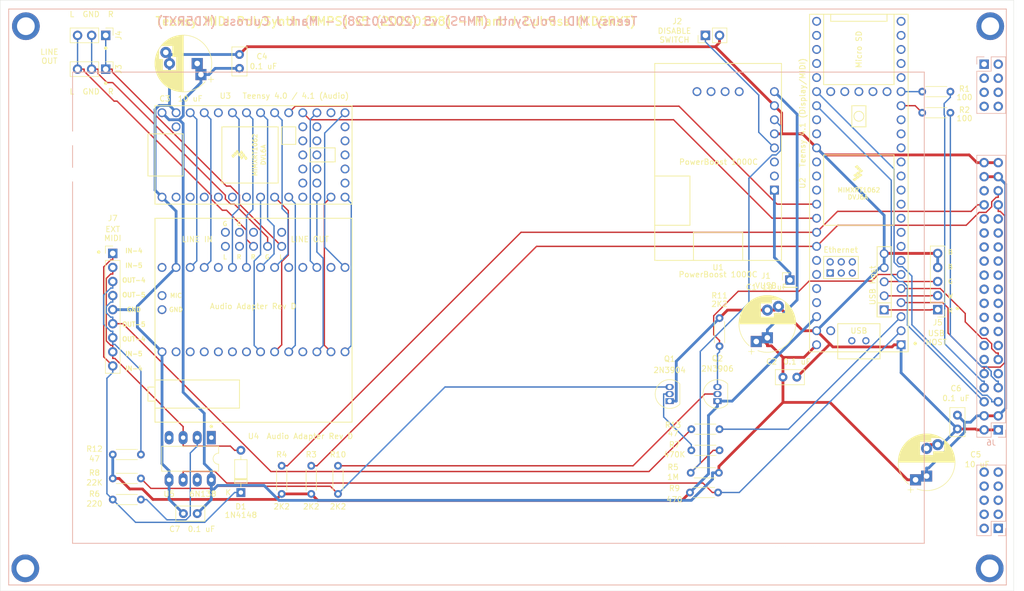
<source format=kicad_pcb>
(kicad_pcb (version 20221018) (generator pcbnew)

  (general
    (thickness 1.6)
  )

  (paper "A4")
  (layers
    (0 "F.Cu" signal)
    (31 "B.Cu" signal)
    (32 "B.Adhes" user "B.Adhesive")
    (33 "F.Adhes" user "F.Adhesive")
    (34 "B.Paste" user)
    (35 "F.Paste" user)
    (36 "B.SilkS" user "B.Silkscreen")
    (37 "F.SilkS" user "F.Silkscreen")
    (38 "B.Mask" user)
    (39 "F.Mask" user)
    (40 "Dwgs.User" user "User.Drawings")
    (41 "Cmts.User" user "User.Comments")
    (42 "Eco1.User" user "User.Eco1")
    (43 "Eco2.User" user "User.Eco2")
    (44 "Edge.Cuts" user)
    (45 "Margin" user)
    (46 "B.CrtYd" user "B.Courtyard")
    (47 "F.CrtYd" user "F.Courtyard")
    (48 "B.Fab" user)
    (49 "F.Fab" user)
  )

  (setup
    (stackup
      (layer "F.SilkS" (type "Top Silk Screen"))
      (layer "F.Paste" (type "Top Solder Paste"))
      (layer "F.Mask" (type "Top Solder Mask") (thickness 0.01))
      (layer "F.Cu" (type "copper") (thickness 0.035))
      (layer "dielectric 1" (type "core") (thickness 1.51) (material "FR4") (epsilon_r 4.5) (loss_tangent 0.02))
      (layer "B.Cu" (type "copper") (thickness 0.035))
      (layer "B.Mask" (type "Bottom Solder Mask") (thickness 0.01))
      (layer "B.Paste" (type "Bottom Solder Paste"))
      (layer "B.SilkS" (type "Bottom Silk Screen"))
      (copper_finish "None")
      (dielectric_constraints no)
    )
    (pad_to_mask_clearance 0)
    (pcbplotparams
      (layerselection 0x00010fc_ffffffff)
      (plot_on_all_layers_selection 0x0000000_00000000)
      (disableapertmacros false)
      (usegerberextensions false)
      (usegerberattributes true)
      (usegerberadvancedattributes true)
      (creategerberjobfile true)
      (dashed_line_dash_ratio 12.000000)
      (dashed_line_gap_ratio 3.000000)
      (svgprecision 4)
      (plotframeref false)
      (viasonmask false)
      (mode 1)
      (useauxorigin false)
      (hpglpennumber 1)
      (hpglpenspeed 20)
      (hpglpendiameter 15.000000)
      (dxfpolygonmode true)
      (dxfimperialunits true)
      (dxfusepcbnewfont true)
      (psnegative false)
      (psa4output false)
      (plotreference true)
      (plotvalue true)
      (plotinvisibletext false)
      (sketchpadsonfab false)
      (subtractmaskfromsilk false)
      (outputformat 1)
      (mirror false)
      (drillshape 1)
      (scaleselection 1)
      (outputdirectory "")
    )
  )

  (net 0 "")
  (net 1 "+5V")
  (net 2 "GNDREF")
  (net 3 "Net-(D1-K)")
  (net 4 "Net-(D1-A)")
  (net 5 "Net-(J2-Pin_1)")
  (net 6 "+3V3")
  (net 7 "Net-(Q1-B)")
  (net 8 "Net-(Q1-C)")
  (net 9 "Net-(Q2-B)")
  (net 10 "Net-(Q2-C)")
  (net 11 "Net-(U2-1_TX1_CTX2_MISO1)")
  (net 12 "Net-(U5-C1)")
  (net 13 "Net-(U1-LBO)")
  (net 14 "Net-(U2-0_RX1_CRX2_CS1)")
  (net 15 "unconnected-(U1-Vsh-Pad3)")
  (net 16 "Net-(J3-Pin_1)")
  (net 17 "unconnected-(U1-USB-5V-Pad5V)")
  (net 18 "unconnected-(U1-USB-D+-PadD+)")
  (net 19 "unconnected-(U1-USB-D--PadD-)")
  (net 20 "unconnected-(U1-USB-GND-PadUG)")
  (net 21 "unconnected-(U2-5_IN2-Pad7)")
  (net 22 "unconnected-(U2-6_OUT1D-Pad8)")
  (net 23 "unconnected-(U2-7_RX2_OUT1A-Pad9)")
  (net 24 "unconnected-(U2-8_TX2_IN1-Pad10)")
  (net 25 "unconnected-(U2-9_OUT1C-Pad11)")
  (net 26 "unconnected-(U2-10_CS_MQSR-Pad12)")
  (net 27 "unconnected-(U2-11_MOSI_CTX1-Pad13)")
  (net 28 "unconnected-(U2-12_MISO_MQSL-Pad14)")
  (net 29 "unconnected-(U2-3V3-Pad15)")
  (net 30 "unconnected-(U2-24_A10_TX6_SCL2-Pad16)")
  (net 31 "unconnected-(U2-25_A11_RX6_SDA2-Pad17)")
  (net 32 "unconnected-(U2-28_RX7-Pad20)")
  (net 33 "unconnected-(U2-29_TX7-Pad21)")
  (net 34 "unconnected-(U2-30_CRX3-Pad22)")
  (net 35 "unconnected-(U2-31_CTX3-Pad23)")
  (net 36 "unconnected-(U2-32_OUT1B-Pad24)")
  (net 37 "unconnected-(U2-33_MCLK2-Pad25)")
  (net 38 "unconnected-(U2-34_RX8-Pad26)")
  (net 39 "unconnected-(U2-35_TX8-Pad27)")
  (net 40 "unconnected-(U2-36_CS-Pad28)")
  (net 41 "unconnected-(U2-37_CS-Pad29)")
  (net 42 "unconnected-(U2-40_A16-Pad32)")
  (net 43 "unconnected-(U2-41_A17-Pad33)")
  (net 44 "unconnected-(U2-13_SCK_LED-Pad35)")
  (net 45 "unconnected-(U2-14_A0_TX3_SPDIF_OUT-Pad36)")
  (net 46 "unconnected-(U2-15_A1_RX3_SPDIF_IN-Pad37)")
  (net 47 "Net-(U2-16_A2_RX4_SCL1)")
  (net 48 "Net-(U2-17_A3_TX4_SDA1)")
  (net 49 "unconnected-(U2-20_A6_TX5_LRCLK1-Pad42)")
  (net 50 "unconnected-(U2-21_A7_RX5_BCLK1-Pad43)")
  (net 51 "unconnected-(U2-22_A8_CTX1-Pad44)")
  (net 52 "unconnected-(U2-23_A9_CRX1_MCLK1-Pad45)")
  (net 53 "unconnected-(U2-VUSB-Pad49)")
  (net 54 "unconnected-(U2-VBAT-Pad50)")
  (net 55 "unconnected-(U2-3V3-Pad51)")
  (net 56 "unconnected-(U2-GND-Pad52)")
  (net 57 "unconnected-(U2-PROGRAM-Pad53)")
  (net 58 "unconnected-(U2-ON_OFF-Pad54)")
  (net 59 "unconnected-(U2-R+-Pad60)")
  (net 60 "unconnected-(U2-LED-Pad61)")
  (net 61 "unconnected-(U2-T--Pad62)")
  (net 62 "unconnected-(U2-T+-Pad63)")
  (net 63 "unconnected-(U2-GND-Pad64)")
  (net 64 "unconnected-(U2-R--Pad65)")
  (net 65 "unconnected-(U2-D--Pad66)")
  (net 66 "unconnected-(U2-D+-Pad67)")
  (net 67 "unconnected-(U3-0_RX1_CRX2_CS1-Pad2)")
  (net 68 "unconnected-(U3-1_TX1_CTX2_MISO1-Pad3)")
  (net 69 "unconnected-(U3-2_OUT2-Pad4)")
  (net 70 "unconnected-(U3-3_LRCLK2-Pad5)")
  (net 71 "unconnected-(U3-4_BCLK2-Pad6)")
  (net 72 "unconnected-(U3-5_IN2-Pad7)")
  (net 73 "Net-(U3-6_OUT1D)")
  (net 74 "Net-(U3-7_RX2_OUT1A)")
  (net 75 "Net-(U3-8_TX2_IN1)")
  (net 76 "unconnected-(U3-9_OUT1C-Pad11)")
  (net 77 "Net-(U3-10_CS_MQSR)")
  (net 78 "Net-(U3-11_MOSI_CTX1)")
  (net 79 "Net-(U3-12_MISO_MQSL)")
  (net 80 "unconnected-(U3-VBAT-Pad15)")
  (net 81 "unconnected-(U3-3V3-Pad16)")
  (net 82 "unconnected-(U3-GND-Pad17)")
  (net 83 "unconnected-(U3-PROGRAM-Pad18)")
  (net 84 "unconnected-(U3-ON_OFF-Pad19)")
  (net 85 "Net-(U3-13_SCK_CRX1_LED)")
  (net 86 "unconnected-(U3-14_A0_TX3_SPDIF_OUT-Pad21)")
  (net 87 "Net-(U3-15_A1_RX3_SPDIF_IN)")
  (net 88 "Net-(U3-18_A4_SDA0)")
  (net 89 "Net-(U3-19_A5_SCL0)")
  (net 90 "Net-(U3-20_A6_TX5_LRCLK1)")
  (net 91 "Net-(U3-21_A7_RX5_BCLK1)")
  (net 92 "unconnected-(U3-22_A8_CTX1-Pad29)")
  (net 93 "Net-(U3-23_A9_CRX1_MCLK1)")
  (net 94 "Net-(U4-3V3)")
  (net 95 "unconnected-(U3-VUSB-Pad34)")
  (net 96 "unconnected-(U3-24_A10_TX6_SCL2-Pad35)")
  (net 97 "unconnected-(U3-25_A11_RX6_SDA2-Pad36)")
  (net 98 "unconnected-(U3-26_A12_MOSI1-Pad37)")
  (net 99 "unconnected-(U3-27_A13_SCK1-Pad38)")
  (net 100 "unconnected-(U3-28_RX7-Pad39)")
  (net 101 "unconnected-(U3-29_TX7-Pad40)")
  (net 102 "unconnected-(U3-30_CRX3-Pad41)")
  (net 103 "unconnected-(U3-31_CTX3-Pad42)")
  (net 104 "unconnected-(U3-32_OUT1B-Pad43)")
  (net 105 "unconnected-(U3-33_MCLK2-Pad44)")
  (net 106 "unconnected-(U5-NC-Pad1)")
  (net 107 "unconnected-(U5-NC-Pad4)")
  (net 108 "unconnected-(U5-VO1-Pad7)")
  (net 109 "Net-(U2-27_A13_SCK1)")
  (net 110 "Net-(U2-26_A12_MOSI1)")
  (net 111 "unconnected-(U1-BAT-Pad2)")
  (net 112 "Net-(J1-Pin_1)")
  (net 113 "Net-(J3-Pin_2)")
  (net 114 "Net-(J3-Pin_3)")
  (net 115 "Net-(J5-Pin_1)")
  (net 116 "Net-(J5-Pin_2)")
  (net 117 "Net-(J5-Pin_3)")
  (net 118 "unconnected-(J6-Pin_36-Pad36)")
  (net 119 "Net-(J6-Pin_35)")
  (net 120 "Net-(J6-Pin_34)")
  (net 121 "Net-(J6-Pin_10)")
  (net 122 "unconnected-(J6-Pin_32-Pad32)")
  (net 123 "unconnected-(J6-Pin_31-Pad31)")
  (net 124 "unconnected-(J6-Pin_30-Pad30)")
  (net 125 "unconnected-(J6-Pin_29-Pad29)")
  (net 126 "unconnected-(J6-Pin_28-Pad28)")
  (net 127 "unconnected-(J6-Pin_27-Pad27)")
  (net 128 "unconnected-(J6-Pin_26-Pad26)")
  (net 129 "unconnected-(J6-Pin_25-Pad25)")
  (net 130 "unconnected-(J6-Pin_24-Pad24)")
  (net 131 "unconnected-(J6-Pin_23-Pad23)")
  (net 132 "unconnected-(J6-Pin_22-Pad22)")
  (net 133 "unconnected-(J6-Pin_21-Pad21)")
  (net 134 "unconnected-(J6-Pin_20-Pad20)")
  (net 135 "unconnected-(J6-Pin_19-Pad19)")
  (net 136 "unconnected-(J6-Pin_18-Pad18)")
  (net 137 "unconnected-(J6-Pin_17-Pad17)")
  (net 138 "unconnected-(J6-Pin_16-Pad16)")
  (net 139 "unconnected-(J6-Pin_15-Pad15)")
  (net 140 "unconnected-(J6-Pin_14-Pad14)")
  (net 141 "unconnected-(J6-Pin_13-Pad13)")
  (net 142 "unconnected-(J6-Pin_12-Pad12)")
  (net 143 "Net-(J6-Pin_11)")
  (net 144 "unconnected-(J6-Pin_9-Pad9)")
  (net 145 "Net-(J6-Pin_8)")
  (net 146 "Net-(J6-Pin_7)")
  (net 147 "Net-(J6-Pin_6)")
  (net 148 "Net-(J6-Pin_5)")
  (net 149 "Net-(J7-Pin_3)")
  (net 150 "Net-(J7-Pin_4)")

  (footprint "Capacitor_THT:C_Disc_D5.0mm_W2.5mm_P2.50mm" (layer "F.Cu") (at 193.04 78.74 -90))

  (footprint "Capacitor_THT:C_Disc_D5.0mm_W2.5mm_P2.50mm" (layer "F.Cu") (at 55.88 96.52 180))

  (footprint "Diode_THT:D_DO-35_SOD27_P7.62mm_Horizontal" (layer "F.Cu") (at 63.754 92.71 90))

  (footprint "Connector_PinHeader_2.54mm:PinHeader_1x03_P2.54mm_Vertical" (layer "F.Cu") (at 39.37 16.256 -90))

  (footprint "Connector_PinHeader_2.54mm:PinHeader_1x03_P2.54mm_Vertical" (layer "F.Cu") (at 39.37 10.16 -90))

  (footprint "Connector_PinHeader_2.54mm:PinHeader_1x05_P2.54mm_Vertical" (layer "F.Cu") (at 189.484 59.69 180))

  (footprint "Package_TO_SOT_THT:TO-92_Inline" (layer "F.Cu") (at 141.112 76.2 90))

  (footprint "Package_TO_SOT_THT:TO-92_Inline" (layer "F.Cu") (at 149.748 76.2 90))

  (footprint "Resistor_THT:R_Axial_DIN0204_L3.6mm_D1.6mm_P5.08mm_Horizontal" (layer "F.Cu") (at 186.69 24.13))

  (footprint "Resistor_THT:R_Axial_DIN0204_L3.6mm_D1.6mm_P5.08mm_Horizontal" (layer "F.Cu") (at 71.12 92.964 90))

  (footprint "Resistor_THT:R_Axial_DIN0204_L3.6mm_D1.6mm_P5.08mm_Horizontal" (layer "F.Cu") (at 144.922 89.154))

  (footprint "Resistor_THT:R_Axial_DIN0204_L3.6mm_D1.6mm_P5.08mm_Horizontal" (layer "F.Cu") (at 40.64 93.98))

  (footprint "Resistor_THT:R_Axial_DIN0204_L3.6mm_D1.6mm_P5.08mm_Horizontal" (layer "F.Cu") (at 150.114 85.09 180))

  (footprint "Resistor_THT:R_Axial_DIN0204_L3.6mm_D1.6mm_P5.08mm_Horizontal" (layer "F.Cu") (at 45.72 90.17 180))

  (footprint "Resistor_THT:R_Axial_DIN0204_L3.6mm_D1.6mm_P5.08mm_Horizontal" (layer "F.Cu") (at 144.78 92.71))

  (footprint "Resistor_THT:R_Axial_DIN0204_L3.6mm_D1.6mm_P5.08mm_Horizontal" (layer "F.Cu") (at 81.28 92.964 90))

  (footprint "MJC:PowerBoost1000C" (layer "F.Cu") (at 149.86 33.02 180))

  (footprint "teensy:Teensy41" (layer "F.Cu") (at 175.26 36.83 90))

  (footprint "teensy:Teensy40" (layer "F.Cu") (at 66.04 31.75))

  (footprint "MJC:AudioAdapterRevD" (layer "F.Cu") (at 66.04 59.69))

  (footprint "Package_DIP:DIP-8_W7.62mm_LongPads" (layer "F.Cu") (at 58.42 82.804 -90))

  (footprint "Capacitor_THT:CP_Radial_D10.0mm_P5.00mm_P7.50mm" (layer "F.Cu") (at 55.88 15.24 180))

  (footprint "Capacitor_THT:CP_Radial_D10.0mm_P5.00mm_P7.50mm" (layer "F.Cu")
    (tstamp 00000000-0000-0000-0000-0000641a16e0)
    (at 187.484 89.7461 90)
    (descr "CP, Radial series, Radial, pin pitch=5.00mm 7.50mm, , diameter=10mm, Electrolytic Capacitor")
    (tags "CP Radial series Radial pin pitch 5.00mm 7.50mm  diameter 10mm Electrolytic Capacitor")
    (property "Sheetfile" "Teensy-MIDI-RA8875-PolySynth.kicad_sch")
    (property "Sheetname" "")
    (path "/00000000-0000-0000-0000-0000608569b0")
    (attr through_hole)
    (fp_text reference "C5" (at 3.894144 8.858 180) (layer "F.SilkS")
        (effects (font (size 1 1) (thickness 0.15)))
      (tstamp 0a69fbe8-465b-4469-b243-d3d625e13b98)
    )
    (fp_text value "10uF" (at 2.5 6.25 90) (layer "F.Fab")
        (effects (font (size 1 1) (thickness 0.15)))
      (tstamp 560e6bca-baf2-48e3-945a-7fc13fc23cc6)
    )
    (fp_text user "${REFERENCE}" (at 2.5 0 90) (layer "F.Fab")
        (effects (font (size 1 1) (thickness 0.15)))
      (tstamp 82fec615-47d4-4256-a0d8-fc56a527bf2e)
    )
    (fp_line (start -2.979646 -2.875) (end -1.979646 -2.875)
      (stroke (width 0.12) (type solid)) (layer "F.SilkS") (tstamp f98f2f36-13f5-4c48-9022-32573d6c1e69))
    (fp_line (start -2.479646 -3.375) (end -2.479646 -2.375)
      (stroke (width 0.12) (type solid)) (layer "F.SilkS") (tstamp 52ddc0de-2159-4e8d-a68b-961deff95366))
    (fp_line (start 2.5 -5.08) (end 2.5 5.08)
      (stroke (width 0.12) (type solid)) (layer "F.SilkS") (tstamp 20659a91-8095-421a-bad1-1bdda671cb36))
    (fp_line (start 2.54 -5.08) (end 2.54 5.08)
      (stroke (width 0.12) (type solid)) (layer "F.SilkS") (tstamp 18ba4cb0-fb6d-4bb6-bf1f-df2540d2e8d7))
    (fp_line (start 2.58 -5.08) (end 2.58 5.08)
      (stroke (width 0.12) (type solid)) (layer "F.SilkS") (tstamp 553e4d2e-b12e-42e1-98cb-75c0dbd95224))
    (fp_line (start 2.62 -5.079) (end 2.62 5.079)
      (stroke (width 0.12) (type solid)) (layer "F.SilkS") (tstamp b2a75cf6-c3c8-4e59-b73e-e7a798f5c809))
    (fp_line (start 2.66 -5.078) (end 2.66 5.078)
      (stroke (width 0.12) (type solid)) (layer "F.SilkS") (tstamp 5699eabf-7a21-4329-84b5-f18072ab9ccb))
    (fp_line (start 2.7 -5.077) (end 2.7 5.077)
      (stroke (width 0.12) (type solid)) (layer "F.SilkS") (tstamp ddd24778-b5dd-4f83-9854-db8bfe5d0d52))
    (fp_line (start 2.74 -5.075) (end 2.74 5.075)
      (stroke (width 0.12) (type solid)) (layer "F.SilkS") (tstamp 467faf1a-8052-4ae3-9940-7ec35d15e715))
    (fp_line (start 2.78 -5.073) (end 2.78 5.073)
      (stroke (width 0.12) (type solid)) (layer "F.SilkS") (tstamp f2eca2c7-4d02-4d03-a0ce-f1db89c7ef8e))
    (fp_line (start 2.82 -5.07) (end 2.82 5.07)
      (stroke (width 0.12) (type solid)) (layer "F.SilkS") (tstamp 8de7fe89-5b1f-4e57-a9e7-39e81bc7dc0a))
    (fp_line (start 2.86 -5.068) (end 2.86 5.068)
      (stroke (width 0.12) (type solid)) (layer "F.SilkS") (tstamp 50bdba32-e2a2-4b06-836b-8e2f87cded78))
    (fp_line (start 2.9 -5.065) (end 2.9 5.065)
      (stroke (width 0.12) (type solid)) (layer "F.SilkS") (tstamp afcecce8-1b1e-49f3-b1c5-e6141b174cc7))
    (fp_line (start 2.94 -5.062) (end 2.94 5.062)
      (stroke (width 0.12) (type solid)) (layer "F.SilkS") (tstamp 14ddd1b0-c6e0-44e9-9935-affdd4354e9a))
    (fp_line (start 2.98 -5.058) (end 2.98 5.058)
      (stroke (width 0.12) (type solid)) (layer "F.SilkS") (tstamp 307f1183-9f52-4d8b-b5bb-f5e03fe9d424))
    (fp_line (start 3.02 -5.054) (end 3.02 5.054)
      (stroke (width 0.12) (type solid)) (layer "F.SilkS") (tstamp 42e26aef-e73f-4bf7-be24-c69c77d8a48a))
    (fp_line (start 3.06 -5.05) (end 3.06 5.05)
      (stroke (width 0.12) (type solid)) (layer "F.SilkS") (tstamp 71668590-c92c-4ba0-857e-60e19f978608))
    (fp_line (start 3.1 -5.045) (end 3.1 5.045)
      (stroke (width 0.12) (type solid)) (layer "F.SilkS") (tstamp d65a2640-78c2-474b-9a95-e926a3b76c73))
    (fp_line (start 3.14 -5.04) (end 3.14 5.04)
      (stroke (width 0.12) (type solid)) (layer "F.SilkS") (tstamp e65b020f-ad06-4385-ae62-3249879c37eb))
    (fp_line (start 3.18 -5.035) (end 3.18 5.035)
      (stroke (width 0.12) (type solid)) (layer "F.SilkS") (tstamp 26ccc825-2c6e-466e-af1d-4e3b33971797))
    (fp_line (start 3.221 -5.03) (end 3.221 5.03)
      (stroke (width 0.12) (type solid)) (layer "F.SilkS") (tstamp e84d6cca-0b48-4c6e-a242-4c4b35858735))
    (fp_line (start 3.261 -5.024) (end 3.261 5.024)
      (stroke (width 0.12) (type solid)) (layer "F.SilkS") (tstamp e55f053b-3aa0-4595-87c8-5a9e9871240f))
    (fp_line (start 3.301 -5.018) (end 3.301 5.018)
      (stroke (width 0.12) (type solid)) (layer "F.SilkS") (tstamp 75efc032-a598-4273-9968-1ac8951f09fa))
    (fp_line (start 3.341 -5.011) (end 3.341 5.011)
      (stroke (width 0.12) (type solid)) (layer "F.SilkS") (tstamp b7bdaae6-6794-4de7-b516-9cf69856cb10))
    (fp_line (start 3.381 -5.004) (end 3.381 5.004)
      (stroke (width 0.12) (type solid)) (layer "F.SilkS") (tstamp 100888ff-6291-41cd-b3e5-8c06c1fb47c3))
    (fp_line (start 3.421 -4.997) (end 3.421 4.997)
      (stroke (width 0.12) (type solid)) (layer "F.SilkS") (tstamp 0724b4a6-93db-4a24-9699-e1205392d20b))
    (fp_line (start 3.461 -4.99) (end 3.461 4.99)
      (stroke (width 0.12) (type solid)) (layer "F.SilkS") (tstamp 23678a1d-deec-4c44-81b5-290366f6a1ec))
    (fp_line (start 3.501 -4.982) (end 3.501 4.982)
      (stroke (width 0.12) (type solid)) (layer "F.SilkS") (tstamp b6e398c6-d854-4c08-88c0-f96503f98705))
    (fp_line (start 3.541 -4.974) (end 3.541 4.974)
      (stroke (width 0.12) (type solid)) (layer "F.SilkS") (tstamp 14a1955d-225c-4ff5-9b30-e9b2b87a0574))
    (fp_line (start 3.581 -4.965) (end 3.581 4.965)
      (stroke (width 0.12) (type solid)) (layer "F.SilkS") (tstamp ef123c94-df8e-4076-8e7b-be6b0319b74f))
    (fp_line (start 3.621 -4.956) (end 3.621 4.956)
      (stroke (width 0.12) (type solid)) (layer "F.SilkS") (tstamp 1abd9b44-aff9-4a63-8fda-f3b23e3bfb55))
    (fp_line (start 3.661 -4.947) (end 3.661 4.947)
      (stroke (width 0.12) (type solid)) (layer "F.SilkS") (tstamp c7961e9b-d1f1-4fb8-8a06-71ad899e8c32))
    (fp_line (start 3.701 -4.938) (end 3.701 4.938)
      (stroke (width 0.12) (type solid)) (layer "F.SilkS") (tstamp 056e1800-a842-4bc0-b3c4-00a61a63d457))
    (fp_line (start 3.741 -4.928) (end 3.741 4.928)
      (stroke (width 0.12) (type solid)) (layer "F.SilkS") (tstamp 4fa55299-0545-413e-9b6e-aa2b331c63bb))
    (fp_line (start 3.781 -4.918) (end 3.781 -1.241)
      (stroke (width 0.12) (type solid)) (layer "F.SilkS") (tstamp 11844c6c-fdb3-4a1e-a81f-31eb857a1e00))
    (fp_line (start 3.781 1.241) (end 3.781 4.918)
      (stroke (width 0.12) (type solid)) (layer "F.SilkS") (tstamp 54e818dc-5610-4c24-991e-f42e6d9b4b60))
    (fp_line (start 3.821 -4.907) (end 3.821 -1.241)
      (stroke (width 0.12) (type solid)) (layer "F.SilkS") (tstamp c8e88e8a-4b91-4f2c-88d1-7eea2b18c2a3))
    (fp_line (start 3.821 1.241) (end 3.821 4.907)
      (stroke (width 0.12) (type solid)) (layer "F.SilkS") (tstamp 1d15b097-a21b-40cb-b964-3f0552e7f039))
    (fp_line (start 3.861 -4.897) (end 3.861 -1.241)
      (stroke (width 0.12) (type solid)) (layer "F.SilkS") (tstamp 86f03bcb-78e2-4be8-b3c8-4956dd120c0b))
    (fp_line (start 3.861 1.241) (end 3.861 4.897)
      (stroke (width 0.12) (type solid)) (layer "F.SilkS") (tstamp 411b386a-1658-426a-bbd0-5edf7333d7b7))
    (fp_line (start 3.901 -4.885) (end 3.901 -1.241)
      (stroke (width 0.12) (type solid)) (layer "F.SilkS") (tstamp 14a3db3f-4525-439f-b938-c10b0af76042))
    (fp_line (start 3.901 1.241) (end 3.901 4.885)
      (stroke (width 0.12) (type solid)) (layer "F.SilkS") (tstamp 593c764d-fc83-4055-8a9f-948cd5a65004))
    (fp_line (start 3.941 -4.874) (end 3.941 -1.241)
      (stroke (width 0.12) (type solid)) (layer "F.SilkS") (tstamp a7f531a8-4da1-4428-b155-ef097afbf213))
    (fp_line (start 3.941 1.241) (end 3.941 4.874)
      (stroke (width 0.12) (type solid)) (layer "F.SilkS") (tstamp 76632381-d9e5-4138-85b0-bb0685270b3a))
    (fp_line (start 3.981 -4.862) (end 3.981 -1.241)
      (stroke (width 0.12) (type solid)) (layer "F.SilkS") (tstamp d564aa2e-06ce-46a4-903f-492b7cd0348d))
    (fp_line (start 3.981 1.241) (end 3.981 4.862)
      (stroke (width 0.12) (type solid)) (layer "F.SilkS") (tstamp 8881fdcd-7524-4d3f-801c-ef0cd4ddbd40))
    (fp_line (start 4.021 -4.85) (end 4.021 -1.241)
      (stroke (width 0.12) (type solid)) (layer "F.SilkS") (tstamp a3554139-f12c-4183-92c2-af9ca0b0ea09))
    (fp_line (start 4.021 1.241) (end 4.021 4.85)
      (stroke (width 0.12) (type solid)) (layer "F.SilkS") (tstamp 4ff86c03-b876-42ad-8114-a3ef50a73ba4))
    (fp_line (start 4.061 -4.837) (end 4.061 -1.241)
      (stroke (width 0.12) (type solid)) (layer "F.SilkS") (tstamp faf0d326-1e29-4c2d-9c3c-37b123abf9d2))
    (fp_line (start 4.061 1.241) (end 4.061 4.837)
      (stroke (width 0.12) (type solid)) (layer "F.SilkS") (tstamp 2c25407e-b406-49cf-ac76-b72348c4c054))
    (fp_line (start 4.101 -4.824) (end 4.101 -1.241)
      (stroke (width 0.12) (type solid)) (layer "F.SilkS") (tstamp 97173982-5bdc-4a71-ad37-abfe58a73691))
    (fp_line (start 4.101 1.241) (end 4.101 4.824)
      (stroke (width 0.12) (type solid)) (layer "F.SilkS") (tstamp c09aaffb-21c7-4094-b28e-e3b87f39b686))
    (fp_line (start 4.141 -4.811) (end 4.141 -1.241)
      (stroke (width 0.12) (type solid)) (layer "F.SilkS") (tstamp 466ec38b-5d4d-4c71-8541-b082d6b3c40f))
    (fp_line (start 4.141 1.241) (end 4.141 4.811)
      (stroke (width 0.12) (type solid)) (layer "F.SilkS") (tstamp a747f52a-1099-40fd-8bf1-9cd0db7c5769))
    (fp_line (start 4.181 -4.797) (end 4.181 -1.241)
      (stroke (width 0.12) (type solid)) (layer "F.SilkS") (tstamp 18003e20-9ca2-44e0-a9f3-86f77341e5ff))
    (fp_line (start 4.181 1.241) (end 4.181 4.797)
      (stroke (width 0.12) (type solid)) (layer "F.SilkS") (tstamp 42b4c126-2208-4373-b8da-75d826cdb15b))
    (fp_line (start 4.221 -4.783) (end 4.221 -1.241)
      (stroke (width 0.12) (type solid)) (layer "F.SilkS") (tstamp 0062fc15-3c90-474b-a0ca-241ae7432404))
    (fp_line (start 4.221 1.241) (end 4.221 4.783)
      (stroke (width 0.12) (type solid)) (layer "F.SilkS") (tstamp 371fefa6-80f3-4894-90b8-92152e3e0714))
    (fp_line (start 4.261 -4.768) (end 4.261 -1.241)
      (stroke (width 0.12) (type solid)) (layer "F.SilkS") (tstamp c2a71110-1f5a-4151-a1eb-51ee761c2c8a))
    (fp_line (start 4.261 1.241) (end 4.261 4.768)
      (stroke (width 0.12) (type solid)) (layer "F.SilkS") (tstamp ef2a90d8-c285-4742-91e6-37dedfe71c15))
    (fp_line (start 4.301 -4.754) (end 4.301 -1.241)
      (stroke (width 0.12) (type solid)) (layer "F.SilkS") (tstamp 3c90f42c-dc50-47db-8812-5a03df25d3e0))
    (fp_line (start 4.301 1.241) (end 4.301 4.754)
      (stroke (width 0.12) (type solid)) (layer "F.SilkS") (tstamp 6f041899-3285-44d9-9533-ae4ab6d7717f))
    (fp_line (start 4.341 -4.738) (end 4.341 -1.241)
      (stroke (width 0.12) (type solid)) (layer "F.SilkS") (tstamp b1267034-3708-40cc-a7c3-8fc25619dcdc))
    (fp_line (start 4.341 1.241) (end 4.341 4.738)
      (stroke (width 0.12) (type solid)) (layer "F.SilkS") (tstamp 410fe010-9e87-4098-8128-4d5ac0544052))
    (fp_line (start 4.381 -4.723) (end 4.381 -1.241)
      (stroke (width 0.12) (type solid)) (layer "F.SilkS") (tstamp 27360c2d-3cc5-4563-b1bc-019b0065db48))
    (fp_line (start 4.381 1.241) (end 4.381 4.723)
      (stroke (width 0.12) (type solid)) (layer "F.SilkS") (tstamp ca471363-cdad-48db-b5e7-ac624e5c5f2d))
    (fp_line (start 4.421 -4.707) (end 4.421 -1.241)
      (stroke (width 0.12) (type solid)) (layer "F.SilkS") (tstamp 5b73fc2c-113e-4c88-bbb4-e994997bdfa0))
    (fp_line (start 4.421 1.241) (end 4.421 4.707)
      (stroke (width 0.12) (type solid)) (layer "F.SilkS") (tstamp 563899e9-1f5b-49d2-aa6c-2e9c7c132a8f))
    (fp_line (start 4.461 -4.69) (end 4.461 -1.241)
      (stroke (width 0.12) (type solid)) (layer "F.SilkS") (tstamp fe7b6ea0-abb2-4583-b3f3-c9e327ab710c))
    (fp_line (start 4.461 3.24) (end 4.461 4.69)
      (stroke (width 0.12) (type solid)) (layer "F.SilkS") (tstamp ca035684-73bf-42ce-9448-7bdccc55b3be))
    (fp_line (start 4.501 -4.674) (end 4.501 -1.241)
      (stroke (width 0.12) (type solid)) (layer "F.SilkS") (tstamp 60b38725-9bdf-4092-bc1e-c25163fee8af))
    (fp_line (start 4.501 3.24) (end 4.501 4.674)
      (stroke (width 0.12) (type solid)) (layer "F.SilkS") (tstamp 2080dae8-ac41-451e-ae79-3ae9998c4e98))
    (fp_line (start 4.541 -4.657) (end 4.541 -1.241)
      (stroke (width 0.12) (type solid)) (layer "F.SilkS") (tstamp 3b9a5545-9562-4642-a009-cf12137717c5))
    (fp_line (start 4.541 3.24) (end 4.541 4.657)
      (stroke (width 0.12) (type solid)) (layer "F.SilkS") (tstamp 6720d851-5179-447a-9632-254162c166d3))
    (fp_line (start 4.581 -4.639) (end 4.581 -1.241)
      (stroke (width 0.12) (type solid)) (layer "F.SilkS") (tstamp c7042fc4-c32f-48b8-a882-976341181408))
    (fp_line (start 4.581 3.24) (end 4.581 4.639)
      (stroke (width 0.12) (type solid)) (layer "F.SilkS") (tstamp af1e858d-cd7e-41b3-9b2c-3c39915129e3))
    (fp_line (start 4.621 -4.621) (end 4.621 -1.241)
      (stroke (width 0.12) (type solid)) (layer "F.SilkS") (tstamp 445d1373-f053-4ec6-9dd2-111ccb61965a))
    (fp_line (start 4.621 3.24) (end 4.621 4.621)
      (stroke (width 0.12) (type solid)) (layer "F.SilkS") (tstamp d4f41ca1-d5ea-46db-b20e-c09a17c75101))
    (fp_line (start 4.661 -4.603) (end 4.661 -1.241)
      (stroke (width 0.12) (type solid)) (layer "F.SilkS") (tstamp 98615bb8-738f-42c4-b279-1d18766333e8))
    (fp_line (start 4.661 3.24) (end 4.661 4.603)
      (stroke (width 0.12) (type solid)) (layer "F.SilkS") (tstamp 303f6c1b-48cb-485a-ba09-0c4d3f297409))
    (fp_line (start 4.701 -4.584) (end 4.701 -1.241)
      (stroke (width 0.12) (type solid)) (layer "F.SilkS") (tstamp c084bcff-e5e2-424e-a777-c6837c188cb5))
    (fp_line (start 4.701 3.24) (end 4.701 4.584)
      (stroke (width 0.12) (type solid)) (layer "F.SilkS") (tstamp fee9f390-8dd3-4bcc-8fc5-6759db714bcb))
    (fp_line (start 4.741 -4.564) (end 4.741 -1.241)
      (stroke (width 0.12) (type solid)) (layer "F.SilkS") (tstamp c19072c6-6dac-448e-a041-a4e9d4514de7))
    (fp_line (start 4.741 3.24) (end 4.741 4.564)
      (stroke (width 0.12) (type solid)) (layer "F.SilkS") (tstamp debdb1b2-92c6-4b4e-823a-7f8a5d8f679d))
    (fp_line (start 4.781 -4.545) (end 4.781 -1.241)
      (stroke (width 0.12) (type solid)) (layer "F.SilkS") (tstamp 896180c5-82be-4f69-bfe7-997179defdcb))
    (fp_line (start 4.781 3.24) (end 4.781 4.545)
      (stroke (width 0.12) (type solid)) (layer "F.SilkS") (tstamp 9ebe2106-5d86-4671-beeb-43d8162f5d79))
    (fp_line (start 4.821 -4.525) (end 4.821 -1.241)
      (stroke (width 0.12) (type solid)) (layer "F.SilkS") (tstamp 5e528bfb-2db0-454c-aa15-ef7272c55491))
    (fp_line (start 4.821 3.24) (end 4.821 4.525)
      (stroke (width 0.12) (type solid)) (layer "F.SilkS") (tstamp ab63c481-80fc-4e7a-b88b-e7d700314c68))
    (fp_line (start 4.861 -4.504) (end 4.861 -1.241)
      (stroke (width 0.12) (type solid)) (layer "F.SilkS") (tstamp 23efae0d-efbb-4e1b-a433-4416c6320526))
    (fp_line (start 4.861 3.24) (end 4.861 4.504)
      (stroke (width 0.12) (type solid)) (layer "F.SilkS") (tstamp 9e1509a5-c30c-4b6c-89ce-780a8ed3dd81))
    (fp_line (start 4.901 -4.483) (end 4.901 -1.241)
      (stroke (width 0.12) (type solid)) (layer "F.SilkS") (tstamp 10b2218c-dd56-4843-9855-3a51e2f1f81e))
    (fp_line (start 4.901 3.24) (end 4.901 4.483)
      (stroke (width 0.12) (type solid)) (layer "F.SilkS") (tstamp 5526a208-7095-4248-897f-93e763ef891b))
    (fp_line (start 4.941 -4.462) (end 4.941 -1.241)
      (stroke (width 0.12) (type solid)) (layer "F.SilkS") (tstamp 1239d5a1-b20d-4ff5-a89b-ba41595a5807))
    (fp_line (start 4.941 3.24) (end 4.941 4.462)
      (stroke (width 0.12) (type solid)) (layer "F.SilkS") (tstamp 6d9c94f4-e4d4-46a1-892a-78e76c86b344))
    (fp_line (start 4.981 -4.44) (end 4.981 -1.241)
      (stroke (width 0.12) (type solid)) (layer "F.SilkS") (tstamp 90b14b72-97a8-49a4-88ab-d325cb53f382))
    (fp_line (start 4.981 3.24) (end 4.981 4.44)
      (stroke (width 0.12) (type solid)) (layer "F.SilkS") (tstamp fb1d74dc-43d2-4375-914d-2d4b5f686ae8))
    (fp_line (start 5.021 -4.417) (end 5.021 -1.241)
      (stroke (width 0.12) (type solid)) (layer "F.SilkS") (tstamp fea58483-513d-47c0-8646-88fc87204262))
    (fp_line (start 5.021 3.24) (end 5.021 4.417)
      (stroke (width 0.12) (type solid)) (layer "F.SilkS") (tstamp 58cbc7ab-cafe-4b7e-85d3-f54c0f8eacf3))
    (fp_line (start 5.061 -4.395) (end 5.061 -1.241)
      (stroke (width 0.12) (type solid)) (layer "F.SilkS") (tstamp 88ea7e8f-20c2-430c-a637-acf1451660f7))
    (fp_line (start 5.061 3.24) (end 5.061 4.395)
      (stroke (width 0.12) (type solid)) (layer "F.SilkS") (tstamp f2c6571d-a1fd-4e82-89f2-3e117158cd70))
    (fp_line (start 5.101 -4.371) (end 5.101 -1.241)
      (stroke (width 0.12) (type solid)) (layer "F.SilkS") (tstamp 941c3170-3302-44e8-bc08-900152bc6433))
    (fp_line (start 5.101 3.24) (end 5.101 4.371)
      (stroke (width 0.12) (type solid)) (layer "F.SilkS") (tstamp 1de2fe2c-584b-44fd-8cd1-7d094a1ad91a))
    (fp_line (start 5.141 -4.347) (end 5.141 -1.241)
      (stroke (width 0.12) (type solid)) (layer "F.SilkS") (tstamp 4c1750a8-eb4d-4047-ad97-a6886b638387))
    (fp_line (start 5.141 3.24) (end 5.141 4.347)
      (stroke (width 0.12) (type solid)) (layer "F.SilkS") (tstamp 998a78d1-ae4d-48c8-92a1-ce20a70dc936))
    (fp_line (start 5.181 -4.323) (end 5.181 -1.241)
      (stroke (width 0.12) (type solid)) (layer "F.SilkS") (tstamp e931b561-b55c-4702-bab0-641926b042a4))
    (fp_line (start 5.181 3.24) (end 5.181 4.323)
      (stroke (width 0.12) (type solid)) (layer "F.SilkS") (tstamp 02af4d60-76a3-41f1-a63e-2ccf4d50328b))
    (fp_line (start 5.221 -4.298) (end 5.221 -1.241)
      (stroke (width 0.12) (type solid)) (layer "F.SilkS") (tstamp fecda0c3-4e01-4cc1-a9f7-c99d0aea0bbf))
    (fp_line (start 5.221 3.24) (end 5.221 4.298)
      (stroke (width 0.12) (type solid)) (layer "F.SilkS") (tstamp a5e013b3-c761-495d-95c3-1ed64a14cf30))
    (fp_line (start 5.261 -4.273) (end 5.261 -1.241)
      (stroke (width 0.12) (type solid)) (layer "F.SilkS") (tstamp 9fbdd8a2-159f-48ae-b8ae-640472bd4001))
    (fp_line (start 5.261 3.24) (end 5.261 4.273)
      (stroke (width 0.12) (type solid)) (layer "F.SilkS") (tstamp cb2cceb0-d496-415a-a67a-277f1dc7b787))
    (fp_line (start 5.301 -4.247) (end 5.301 -1.241)
      (stroke (width 0.12) (type solid)) (layer "F.SilkS") (tstamp 297acc59-6fc4-47b8-94cc-a2b2ba2705c3))
    (fp_line (start 5.301 3.24) (end 5.301 4.247)
      (stroke (width 0.12) (type solid)) (layer "F.SilkS") (tstamp 1e2696b9-8d76-4baf-b115-dd37683d54c5))
    (fp_line (start 5.341 -4.221) (end 5.341 -1.241)
      (stroke (width 0.12) (type solid)) (layer "F.SilkS") (tstamp efe8a9e1-5d53-4293-8c11-56590cb9c91c))
    (fp_line (start 5.341 3.24) (end 5.341 4.221)
      (stroke (width 0.12) (type solid)) (layer "F.SilkS") (tstamp a7e5ee64-c8ee-4a44-abaa-9c5b647b33f4))
    (fp_line (start 5.381 -4.194) (end 5.381 -1.241)
      (stroke (width 0.12) (type solid)) (layer "F.SilkS") (tstamp 6e0a451b-a152-408e-be2d-56300d8f4bd1))
    (fp_line (start 5.381 3.24) (end 5.381 4.194)
      (stroke (width 0.12) (type solid)) (layer "F.SilkS") (tstamp bbe7ba52-42d1-46f9-a6f9-c37341e4a3b3))
    (fp_line (start 5.421 -4.166) (end 5.421 -1.241)
      (stroke (width 0.12) (type solid)) (layer "F.SilkS") (tstamp e3db345c-6158-4bcd-be23-665ce729732d))
    (fp_line (start 5.421 3.24) (end 5.421 4.166)
      (stroke (width 0.12) (type solid)) (layer "F.SilkS") (tstamp 0f1fdf2c-1b9d-4a42-af8d-f1e8c45f9c27))
    (fp_line (start 5.461 -4.138) (end 5.461 -1.241)
      (stroke (width 0.12) (type solid)) (layer "F.SilkS") (tstamp 3e5a671e-1d74-4f0b-bbb4-543c813e4327))
    (fp_line (start 5.461 3.24) (end 5.461 4.138)
      (stroke (width 0.12) (type solid)) (layer "F.SilkS") (tstamp 1a18037e-b260-41a5-8bdf-c1202348ca30))
    (fp_line (start 5.501 -4.11) (end 5.501 -1.241)
      (stroke (width 0.12) (type solid)) (layer "F.SilkS") (tstamp ea6dc108-5520-4f6b-918f-891dec6517a5))
    (fp_line (start 5.501 3.24) (end 5.501 4.11)
      (stroke (width 0.12) (type solid)) (layer "F.SilkS") (tstamp 127d1288-9c2d-4c26-b485-c784662845c9))
    (fp_line (start 5.541 -4.08) (end 5.541 -1.241)
      (stroke (width 0.12) (type solid)) (layer "F.SilkS") (tstamp 1ea52295-9935-424c-9ff8-06b187b7814c))
    (fp_line (start 5.541 3.24) (end 5.541 4.08)
      (stroke (width 0.12) (type solid)) (layer "F.SilkS") (tstamp 18b8dd4f-17fa-4d91-ae7d-2e4dbda5b039))
    (fp_line (start 5.581 -4.05) (end 5.581 -1.241)
      (stroke (width 0.12) (type solid)) (layer "F.SilkS") (tstamp 2357f940-527c-44b9-b47f-b69287ec99c1))
    (fp_line (start 5.581 3.24) (end 5.581 4.05)
      (stroke (width 0.12) (type solid)) (layer "F.SilkS") (tstamp 8f69d964-599f-4f7e-a457-22ba24f6bbd9))
    (fp_line (start 5.621 -4.02) (end 5.621 -1.241)
      (stroke (width 0.12) (type solid)) (layer "F.SilkS") (tstamp 35bf17cd-8a68-4e9a-b16e-24a55103f238))
    (fp_line (start 5.621 3.24) (end 5.621 4.02)
      (stroke (width 0.12) (type solid)) (layer "F.SilkS") (tstamp 5a719242-97ad-4a0f-98b0-680ac1d916e3))
    (fp_line (start 5.661 -3.989) (end 5.661 -1.241)
      (stroke (width 0.12) (type solid)) (layer "F.SilkS") (tstamp 9eade92a-1340-4fbf-a19a-661b003fa927))
    (fp_line (start 5.661 3.24) (end 5.661 3.989)
      (stroke (width 0.12) (type solid)) (layer "F.SilkS") (tstamp 98b6b322-6d36-4567-96ab-522c0a719cc7))
    (fp_line (start 5.701 -3.957) (end 5.701 -1.241)
      (stroke (width 0.12) (type solid)) (layer "F.SilkS") (tstamp b96c4094-f476-4d47-b1df-e8f6f32aa04d))
    (fp_line (start 5.701 3.24) (end 5.701 3.957)
      (stroke (width 0.12) (type solid)) (layer "F.SilkS") (tstamp 221d4d42-f760-4a59-b651-ce771f127dd4))
    (fp_line (start 5.741 -3.925) (end 5.741 -1.241)
      (stroke (width 0.12) (type solid)) (layer "F.SilkS") (tstamp e10f8aae-7c6e-4111-b84a-66f9701066e1))
    (fp_line (start 5.741 3.24) (end 5.741 3.925)
      (stroke (width 0.12) (type solid)) (layer "F.SilkS") (tstamp f6a858db-733e-4f1d-a934-07a460949f6a))
    (fp_line (start 5.781 -3.892) (end 5.781 -1.241)
      (stroke (width 0.12) (type solid)) (layer "F.SilkS") (tstamp 0cab48be-bf97-4d0d-94a7-3c40d9dc3fa5))
    (fp_line (start 5.781 3.24) (end 5.781 3.892)
      (stroke (width 0.12) (type solid)) (layer "F.SilkS") (tstamp 0519a4d1-9b91-4c09-9b24-e65678732303))
    (fp_line (start 5.821 -3.858) (end 5.821 -1.241)
      (stroke (width 0.12) (type solid)) (layer "F.SilkS") (tstamp 4d4b62d1-7986-414c-82d1-d6ea2976ae26))
    (fp_line (start 5.821 3.24) (end 5.821 3.858)
      (stroke (width 0.12) (type solid)) (layer "F.SilkS") (tstamp 5e24d8fe-1a56-4765-a2b9-bdc64b4d19f2))
    (fp_line (start 5.861 -3.824) (end 5.861 -1.241)
      (stroke (width 0.12) (type solid)) (layer "F.SilkS") (tstamp 4872586d-d76d-4a5a-9e13-dc79c73ec973))
    (fp_line (start 5.861 3.24) (end 5.861 3.824)
      (stroke (width 0.12) (type solid)) (layer "F.SilkS") (tstamp f99e878e-e8df-44d5-8bb7-6e7032de3d6f))
    (fp_line (start 5.901 -3.789) (end 5.901 -1.241)
      (stroke (width 0.12) (type solid)) (layer "F.SilkS") (tstamp 23317fe9-f254-4c8d-a645-e7ed9726f4be))
    (fp_line (start 5.901 3.24) (end 5.901 3.789)
      (stroke (width 0.12) (type solid)) (layer "F.SilkS") (tstamp 894c421b-9346-45df-aca8-88b40164ea7c))
    (fp_line (start 5.941 -3.753) (end 5.941 -1.241)
      (stroke (width 0.12) (type solid)) (layer "F.SilkS") (tstamp ca0fcb5e-7021-4ee5-adf9-be56f0b05d65))
    (fp_line (start 5.941 3.24) (end 5.941 3.753)
      (stroke (width 0.12) (type solid)) (layer "F.SilkS") (tstamp 55a5f0a2-8a9b-4846-9cf0-41885b22d5b9))
    (fp_line (start 5.981 -3.716) (end 5.981 -1.241)
      (stroke (width 0.12) (type solid)) (layer "F.SilkS") (tstamp d6ad7c2f-ab24-4cd2-8e7d-3c86cdb476b8))
    (fp_line (start 5.981 3.24) (end 5.981 3.716)
      (stroke (width 0.12) (type solid)) (layer "F.SilkS") (tstamp c7a34bb1-0612-4f94-881a-e7036b3dc050))
    (fp_line (start 6.021 -3.679) (end 6.021 -1.241)
      (stroke (width 0.12) (type solid)) (layer "F.SilkS") (tstamp 8760026f-c224-449e-943b-b5c7a8f81405))
    (fp_line (start 6.021 3.24) (end 6.021 3.679)
      (stroke (width 0.12) (type solid)) (layer "F.SilkS") (tstamp 462f4908-0501-4344-a5ee-d488adefc69f))
    (fp_line (start 6.061 -3.64) (end 6.061 -1.241)
      (stroke (width 0.12) (type solid)) (layer "F.SilkS") (tstamp 5e40f828-97e3-40b0-b307-c5d8f25acba7))
    (fp_line (start 6.061 3.24) (end 6.061 3.64)
      (stroke (width 0.12) (type solid)) (layer "F.SilkS") (tstamp 980a1c2c-9215-4754-93cc-4ab844133d68))
    (fp_line (start 6.101 -3.601) (end 6.101 -1.241)
      (stroke (width 0.12) (type solid)) (layer "F.SilkS") (tstamp 3b0b9ebe-ceda-4028-b508-ce1155d99810))
    (fp_line (start 6.101 3.24) (end 6.101 3.601)
      (stroke (width 0.12) (type solid)) (layer "F.SilkS") (tstamp b779d773-e498-4f9b-8c89-832970fede16))
    (fp_line (start 6.141 -3.561) (end 6.141 -1.241)
      (stroke (width 0.12) (type solid)) (layer "F.SilkS") (tstamp 6d2b591c-09a6-4b42-b4e7-5f6ee0bf3fc8))
    (fp_line (start 6.141 3.24) (end 6.141 3.561)
      (stroke (width 0.12) (type solid)) (layer "F.SilkS") (tstamp ab43f080-68fc-423f-bcf4-d8b0895cfc0b))
    (fp_line (start 6.181 -3.52) (end 6.181 -1.241)
      (stroke (width 0.12) (type solid)) (layer "F.SilkS") (tstamp 173a5c34-8943-446f-bd9d-0d8cbd1be76d))
    (fp_line (start 6.181 3.24) (end 6.181 3.52)
      (stroke (width 0.12) (type solid)) (layer "F.SilkS") (tstamp 32c841e2-af46-496b-8035-23c5d6b8dd3c))
    (fp_line (start 6.221 -3.478) (end 6.221 -1.241)
      (stroke (width 0.12) (type solid)) (layer "F.SilkS") (tstamp db8c1692-fb3d-4de9-bf62-d0ed9be40830))
    (fp_line (start 6.221 3.24) (end 6.221 3.478)
      (stroke (width 0.12) (type solid)) (layer "F.SilkS") (tstamp ea254dce-3530-44aa-ab12-0be40d549495))
    (fp_line (start 6.261 -3.436) (end 6.261 0.76)
      (stroke (width 0.12) (type solid)) (layer "F.SilkS") (tstamp 0433f32e-647e-4c5c-8b1b-e44080e654b4))
    (fp_line (start 6.261 3.24) (end 6.261 3.436)
      (stroke (width 0.12) (type solid)) (layer "F.SilkS") (tstamp 9bbabfd8-504b-4bac-892c-7d882534c91e))
    (fp_line (start 6.301 -3.392) (end 6.301 0.76)
      (stroke (width 0.12) (type solid)) (layer "F.SilkS") (tstamp 808dcdb5-5a67-46d2-b652-9c2747e70cda))
    (fp_line (start 6.301 3.24) (end 6.301 3.392)
      (stroke (width 0.12) (type solid)) (layer "F.SilkS") (tstamp 99d7d5f6-9a96-47cf-8b0f-179b7868e1a1))
    (fp_line (start 6.341 -3.347) (end 6.341 0.76)
      (stroke (width 0.12) (type solid)) (layer "F.SilkS") (tstamp 3c96904c-7604-49d6-8787-a19f75d69c0d))
   
... [186518 chars truncated]
</source>
